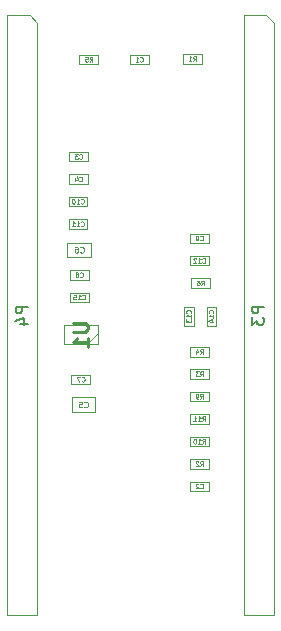
<source format=gbr>
%TF.GenerationSoftware,KiCad,Pcbnew,9.0.0*%
%TF.CreationDate,2025-02-28T11:04:11+07:00*%
%TF.ProjectId,SMT32_Bluepill,534d5433-325f-4426-9c75-6570696c6c2e,rev?*%
%TF.SameCoordinates,Original*%
%TF.FileFunction,AssemblyDrawing,Bot*%
%FSLAX46Y46*%
G04 Gerber Fmt 4.6, Leading zero omitted, Abs format (unit mm)*
G04 Created by KiCad (PCBNEW 9.0.0) date 2025-02-28 11:04:11*
%MOMM*%
%LPD*%
G01*
G04 APERTURE LIST*
%ADD10C,0.060000*%
%ADD11C,0.150000*%
%ADD12C,0.080000*%
%ADD13C,0.254000*%
%ADD14C,0.100000*%
G04 APERTURE END LIST*
D10*
X35257142Y-84981927D02*
X35390475Y-84791451D01*
X35485713Y-84981927D02*
X35485713Y-84581927D01*
X35485713Y-84581927D02*
X35333332Y-84581927D01*
X35333332Y-84581927D02*
X35295237Y-84600975D01*
X35295237Y-84600975D02*
X35276190Y-84620022D01*
X35276190Y-84620022D02*
X35257142Y-84658118D01*
X35257142Y-84658118D02*
X35257142Y-84715260D01*
X35257142Y-84715260D02*
X35276190Y-84753356D01*
X35276190Y-84753356D02*
X35295237Y-84772403D01*
X35295237Y-84772403D02*
X35333332Y-84791451D01*
X35333332Y-84791451D02*
X35485713Y-84791451D01*
X34876190Y-84981927D02*
X35104761Y-84981927D01*
X34990475Y-84981927D02*
X34990475Y-84581927D01*
X34990475Y-84581927D02*
X35028571Y-84639070D01*
X35028571Y-84639070D02*
X35066666Y-84677165D01*
X35066666Y-84677165D02*
X35104761Y-84696213D01*
X34628571Y-84581927D02*
X34590476Y-84581927D01*
X34590476Y-84581927D02*
X34552380Y-84600975D01*
X34552380Y-84600975D02*
X34533333Y-84620022D01*
X34533333Y-84620022D02*
X34514285Y-84658118D01*
X34514285Y-84658118D02*
X34495238Y-84734308D01*
X34495238Y-84734308D02*
X34495238Y-84829546D01*
X34495238Y-84829546D02*
X34514285Y-84905737D01*
X34514285Y-84905737D02*
X34533333Y-84943832D01*
X34533333Y-84943832D02*
X34552380Y-84962880D01*
X34552380Y-84962880D02*
X34590476Y-84981927D01*
X34590476Y-84981927D02*
X34628571Y-84981927D01*
X34628571Y-84981927D02*
X34666666Y-84962880D01*
X34666666Y-84962880D02*
X34685714Y-84943832D01*
X34685714Y-84943832D02*
X34704761Y-84905737D01*
X34704761Y-84905737D02*
X34723809Y-84829546D01*
X34723809Y-84829546D02*
X34723809Y-84734308D01*
X34723809Y-84734308D02*
X34704761Y-84658118D01*
X34704761Y-84658118D02*
X34685714Y-84620022D01*
X34685714Y-84620022D02*
X34666666Y-84600975D01*
X34666666Y-84600975D02*
X34628571Y-84581927D01*
X35066666Y-81181927D02*
X35199999Y-80991451D01*
X35295237Y-81181927D02*
X35295237Y-80781927D01*
X35295237Y-80781927D02*
X35142856Y-80781927D01*
X35142856Y-80781927D02*
X35104761Y-80800975D01*
X35104761Y-80800975D02*
X35085714Y-80820022D01*
X35085714Y-80820022D02*
X35066666Y-80858118D01*
X35066666Y-80858118D02*
X35066666Y-80915260D01*
X35066666Y-80915260D02*
X35085714Y-80953356D01*
X35085714Y-80953356D02*
X35104761Y-80972403D01*
X35104761Y-80972403D02*
X35142856Y-80991451D01*
X35142856Y-80991451D02*
X35295237Y-80991451D01*
X34876190Y-81181927D02*
X34799999Y-81181927D01*
X34799999Y-81181927D02*
X34761904Y-81162880D01*
X34761904Y-81162880D02*
X34742856Y-81143832D01*
X34742856Y-81143832D02*
X34704761Y-81086689D01*
X34704761Y-81086689D02*
X34685714Y-81010499D01*
X34685714Y-81010499D02*
X34685714Y-80858118D01*
X34685714Y-80858118D02*
X34704761Y-80820022D01*
X34704761Y-80820022D02*
X34723809Y-80800975D01*
X34723809Y-80800975D02*
X34761904Y-80781927D01*
X34761904Y-80781927D02*
X34838095Y-80781927D01*
X34838095Y-80781927D02*
X34876190Y-80800975D01*
X34876190Y-80800975D02*
X34895237Y-80820022D01*
X34895237Y-80820022D02*
X34914285Y-80858118D01*
X34914285Y-80858118D02*
X34914285Y-80953356D01*
X34914285Y-80953356D02*
X34895237Y-80991451D01*
X34895237Y-80991451D02*
X34876190Y-81010499D01*
X34876190Y-81010499D02*
X34838095Y-81029546D01*
X34838095Y-81029546D02*
X34761904Y-81029546D01*
X34761904Y-81029546D02*
X34723809Y-81010499D01*
X34723809Y-81010499D02*
X34704761Y-80991451D01*
X34704761Y-80991451D02*
X34685714Y-80953356D01*
X35257142Y-83081927D02*
X35390475Y-82891451D01*
X35485713Y-83081927D02*
X35485713Y-82681927D01*
X35485713Y-82681927D02*
X35333332Y-82681927D01*
X35333332Y-82681927D02*
X35295237Y-82700975D01*
X35295237Y-82700975D02*
X35276190Y-82720022D01*
X35276190Y-82720022D02*
X35257142Y-82758118D01*
X35257142Y-82758118D02*
X35257142Y-82815260D01*
X35257142Y-82815260D02*
X35276190Y-82853356D01*
X35276190Y-82853356D02*
X35295237Y-82872403D01*
X35295237Y-82872403D02*
X35333332Y-82891451D01*
X35333332Y-82891451D02*
X35485713Y-82891451D01*
X34876190Y-83081927D02*
X35104761Y-83081927D01*
X34990475Y-83081927D02*
X34990475Y-82681927D01*
X34990475Y-82681927D02*
X35028571Y-82739070D01*
X35028571Y-82739070D02*
X35066666Y-82777165D01*
X35066666Y-82777165D02*
X35104761Y-82796213D01*
X34495238Y-83081927D02*
X34723809Y-83081927D01*
X34609523Y-83081927D02*
X34609523Y-82681927D01*
X34609523Y-82681927D02*
X34647619Y-82739070D01*
X34647619Y-82739070D02*
X34685714Y-82777165D01*
X34685714Y-82777165D02*
X34723809Y-82796213D01*
D11*
X20454819Y-73391905D02*
X19454819Y-73391905D01*
X19454819Y-73391905D02*
X19454819Y-73772857D01*
X19454819Y-73772857D02*
X19502438Y-73868095D01*
X19502438Y-73868095D02*
X19550057Y-73915714D01*
X19550057Y-73915714D02*
X19645295Y-73963333D01*
X19645295Y-73963333D02*
X19788152Y-73963333D01*
X19788152Y-73963333D02*
X19883390Y-73915714D01*
X19883390Y-73915714D02*
X19931009Y-73868095D01*
X19931009Y-73868095D02*
X19978628Y-73772857D01*
X19978628Y-73772857D02*
X19978628Y-73391905D01*
X19788152Y-74820476D02*
X20454819Y-74820476D01*
X19407200Y-74582381D02*
X20121485Y-74344286D01*
X20121485Y-74344286D02*
X20121485Y-74963333D01*
D12*
X25258333Y-81879530D02*
X25282142Y-81903340D01*
X25282142Y-81903340D02*
X25353571Y-81927149D01*
X25353571Y-81927149D02*
X25401190Y-81927149D01*
X25401190Y-81927149D02*
X25472618Y-81903340D01*
X25472618Y-81903340D02*
X25520237Y-81855720D01*
X25520237Y-81855720D02*
X25544047Y-81808101D01*
X25544047Y-81808101D02*
X25567856Y-81712863D01*
X25567856Y-81712863D02*
X25567856Y-81641435D01*
X25567856Y-81641435D02*
X25544047Y-81546197D01*
X25544047Y-81546197D02*
X25520237Y-81498578D01*
X25520237Y-81498578D02*
X25472618Y-81450959D01*
X25472618Y-81450959D02*
X25401190Y-81427149D01*
X25401190Y-81427149D02*
X25353571Y-81427149D01*
X25353571Y-81427149D02*
X25282142Y-81450959D01*
X25282142Y-81450959D02*
X25258333Y-81474768D01*
X24805952Y-81427149D02*
X25044047Y-81427149D01*
X25044047Y-81427149D02*
X25067856Y-81665244D01*
X25067856Y-81665244D02*
X25044047Y-81641435D01*
X25044047Y-81641435D02*
X24996428Y-81617625D01*
X24996428Y-81617625D02*
X24877380Y-81617625D01*
X24877380Y-81617625D02*
X24829761Y-81641435D01*
X24829761Y-81641435D02*
X24805952Y-81665244D01*
X24805952Y-81665244D02*
X24782142Y-81712863D01*
X24782142Y-81712863D02*
X24782142Y-81831911D01*
X24782142Y-81831911D02*
X24805952Y-81879530D01*
X24805952Y-81879530D02*
X24829761Y-81903340D01*
X24829761Y-81903340D02*
X24877380Y-81927149D01*
X24877380Y-81927149D02*
X24996428Y-81927149D01*
X24996428Y-81927149D02*
X25044047Y-81903340D01*
X25044047Y-81903340D02*
X25067856Y-81879530D01*
D10*
X24841666Y-62743832D02*
X24860714Y-62762880D01*
X24860714Y-62762880D02*
X24917856Y-62781927D01*
X24917856Y-62781927D02*
X24955952Y-62781927D01*
X24955952Y-62781927D02*
X25013095Y-62762880D01*
X25013095Y-62762880D02*
X25051190Y-62724784D01*
X25051190Y-62724784D02*
X25070237Y-62686689D01*
X25070237Y-62686689D02*
X25089285Y-62610499D01*
X25089285Y-62610499D02*
X25089285Y-62553356D01*
X25089285Y-62553356D02*
X25070237Y-62477165D01*
X25070237Y-62477165D02*
X25051190Y-62439070D01*
X25051190Y-62439070D02*
X25013095Y-62400975D01*
X25013095Y-62400975D02*
X24955952Y-62381927D01*
X24955952Y-62381927D02*
X24917856Y-62381927D01*
X24917856Y-62381927D02*
X24860714Y-62400975D01*
X24860714Y-62400975D02*
X24841666Y-62420022D01*
X24498809Y-62515260D02*
X24498809Y-62781927D01*
X24594047Y-62362880D02*
X24689285Y-62648594D01*
X24689285Y-62648594D02*
X24441666Y-62648594D01*
X34466666Y-52581927D02*
X34599999Y-52391451D01*
X34695237Y-52581927D02*
X34695237Y-52181927D01*
X34695237Y-52181927D02*
X34542856Y-52181927D01*
X34542856Y-52181927D02*
X34504761Y-52200975D01*
X34504761Y-52200975D02*
X34485714Y-52220022D01*
X34485714Y-52220022D02*
X34466666Y-52258118D01*
X34466666Y-52258118D02*
X34466666Y-52315260D01*
X34466666Y-52315260D02*
X34485714Y-52353356D01*
X34485714Y-52353356D02*
X34504761Y-52372403D01*
X34504761Y-52372403D02*
X34542856Y-52391451D01*
X34542856Y-52391451D02*
X34695237Y-52391451D01*
X34085714Y-52581927D02*
X34314285Y-52581927D01*
X34199999Y-52581927D02*
X34199999Y-52181927D01*
X34199999Y-52181927D02*
X34238095Y-52239070D01*
X34238095Y-52239070D02*
X34276190Y-52277165D01*
X34276190Y-52277165D02*
X34314285Y-52296213D01*
X25031666Y-79693832D02*
X25050714Y-79712880D01*
X25050714Y-79712880D02*
X25107856Y-79731927D01*
X25107856Y-79731927D02*
X25145952Y-79731927D01*
X25145952Y-79731927D02*
X25203095Y-79712880D01*
X25203095Y-79712880D02*
X25241190Y-79674784D01*
X25241190Y-79674784D02*
X25260237Y-79636689D01*
X25260237Y-79636689D02*
X25279285Y-79560499D01*
X25279285Y-79560499D02*
X25279285Y-79503356D01*
X25279285Y-79503356D02*
X25260237Y-79427165D01*
X25260237Y-79427165D02*
X25241190Y-79389070D01*
X25241190Y-79389070D02*
X25203095Y-79350975D01*
X25203095Y-79350975D02*
X25145952Y-79331927D01*
X25145952Y-79331927D02*
X25107856Y-79331927D01*
X25107856Y-79331927D02*
X25050714Y-79350975D01*
X25050714Y-79350975D02*
X25031666Y-79370022D01*
X24898333Y-79331927D02*
X24631666Y-79331927D01*
X24631666Y-79331927D02*
X24803095Y-79731927D01*
D12*
X24908333Y-68779530D02*
X24932142Y-68803340D01*
X24932142Y-68803340D02*
X25003571Y-68827149D01*
X25003571Y-68827149D02*
X25051190Y-68827149D01*
X25051190Y-68827149D02*
X25122618Y-68803340D01*
X25122618Y-68803340D02*
X25170237Y-68755720D01*
X25170237Y-68755720D02*
X25194047Y-68708101D01*
X25194047Y-68708101D02*
X25217856Y-68612863D01*
X25217856Y-68612863D02*
X25217856Y-68541435D01*
X25217856Y-68541435D02*
X25194047Y-68446197D01*
X25194047Y-68446197D02*
X25170237Y-68398578D01*
X25170237Y-68398578D02*
X25122618Y-68350959D01*
X25122618Y-68350959D02*
X25051190Y-68327149D01*
X25051190Y-68327149D02*
X25003571Y-68327149D01*
X25003571Y-68327149D02*
X24932142Y-68350959D01*
X24932142Y-68350959D02*
X24908333Y-68374768D01*
X24479761Y-68327149D02*
X24574999Y-68327149D01*
X24574999Y-68327149D02*
X24622618Y-68350959D01*
X24622618Y-68350959D02*
X24646428Y-68374768D01*
X24646428Y-68374768D02*
X24694047Y-68446197D01*
X24694047Y-68446197D02*
X24717856Y-68541435D01*
X24717856Y-68541435D02*
X24717856Y-68731911D01*
X24717856Y-68731911D02*
X24694047Y-68779530D01*
X24694047Y-68779530D02*
X24670237Y-68803340D01*
X24670237Y-68803340D02*
X24622618Y-68827149D01*
X24622618Y-68827149D02*
X24527380Y-68827149D01*
X24527380Y-68827149D02*
X24479761Y-68803340D01*
X24479761Y-68803340D02*
X24455952Y-68779530D01*
X24455952Y-68779530D02*
X24432142Y-68731911D01*
X24432142Y-68731911D02*
X24432142Y-68612863D01*
X24432142Y-68612863D02*
X24455952Y-68565244D01*
X24455952Y-68565244D02*
X24479761Y-68541435D01*
X24479761Y-68541435D02*
X24527380Y-68517625D01*
X24527380Y-68517625D02*
X24622618Y-68517625D01*
X24622618Y-68517625D02*
X24670237Y-68541435D01*
X24670237Y-68541435D02*
X24694047Y-68565244D01*
X24694047Y-68565244D02*
X24717856Y-68612863D01*
D10*
X35166666Y-71581927D02*
X35299999Y-71391451D01*
X35395237Y-71581927D02*
X35395237Y-71181927D01*
X35395237Y-71181927D02*
X35242856Y-71181927D01*
X35242856Y-71181927D02*
X35204761Y-71200975D01*
X35204761Y-71200975D02*
X35185714Y-71220022D01*
X35185714Y-71220022D02*
X35166666Y-71258118D01*
X35166666Y-71258118D02*
X35166666Y-71315260D01*
X35166666Y-71315260D02*
X35185714Y-71353356D01*
X35185714Y-71353356D02*
X35204761Y-71372403D01*
X35204761Y-71372403D02*
X35242856Y-71391451D01*
X35242856Y-71391451D02*
X35395237Y-71391451D01*
X34823809Y-71181927D02*
X34899999Y-71181927D01*
X34899999Y-71181927D02*
X34938095Y-71200975D01*
X34938095Y-71200975D02*
X34957142Y-71220022D01*
X34957142Y-71220022D02*
X34995237Y-71277165D01*
X34995237Y-71277165D02*
X35014285Y-71353356D01*
X35014285Y-71353356D02*
X35014285Y-71505737D01*
X35014285Y-71505737D02*
X34995237Y-71543832D01*
X34995237Y-71543832D02*
X34976190Y-71562880D01*
X34976190Y-71562880D02*
X34938095Y-71581927D01*
X34938095Y-71581927D02*
X34861904Y-71581927D01*
X34861904Y-71581927D02*
X34823809Y-71562880D01*
X34823809Y-71562880D02*
X34804761Y-71543832D01*
X34804761Y-71543832D02*
X34785714Y-71505737D01*
X34785714Y-71505737D02*
X34785714Y-71410499D01*
X34785714Y-71410499D02*
X34804761Y-71372403D01*
X34804761Y-71372403D02*
X34823809Y-71353356D01*
X34823809Y-71353356D02*
X34861904Y-71334308D01*
X34861904Y-71334308D02*
X34938095Y-71334308D01*
X34938095Y-71334308D02*
X34976190Y-71353356D01*
X34976190Y-71353356D02*
X34995237Y-71372403D01*
X34995237Y-71372403D02*
X35014285Y-71410499D01*
X36143832Y-73942857D02*
X36162880Y-73923809D01*
X36162880Y-73923809D02*
X36181927Y-73866667D01*
X36181927Y-73866667D02*
X36181927Y-73828571D01*
X36181927Y-73828571D02*
X36162880Y-73771428D01*
X36162880Y-73771428D02*
X36124784Y-73733333D01*
X36124784Y-73733333D02*
X36086689Y-73714286D01*
X36086689Y-73714286D02*
X36010499Y-73695238D01*
X36010499Y-73695238D02*
X35953356Y-73695238D01*
X35953356Y-73695238D02*
X35877165Y-73714286D01*
X35877165Y-73714286D02*
X35839070Y-73733333D01*
X35839070Y-73733333D02*
X35800975Y-73771428D01*
X35800975Y-73771428D02*
X35781927Y-73828571D01*
X35781927Y-73828571D02*
X35781927Y-73866667D01*
X35781927Y-73866667D02*
X35800975Y-73923809D01*
X35800975Y-73923809D02*
X35820022Y-73942857D01*
X36181927Y-74323809D02*
X36181927Y-74095238D01*
X36181927Y-74209524D02*
X35781927Y-74209524D01*
X35781927Y-74209524D02*
X35839070Y-74171428D01*
X35839070Y-74171428D02*
X35877165Y-74133333D01*
X35877165Y-74133333D02*
X35896213Y-74095238D01*
X35915260Y-74666666D02*
X36181927Y-74666666D01*
X35762880Y-74571428D02*
X36048594Y-74476190D01*
X36048594Y-74476190D02*
X36048594Y-74723809D01*
X35257142Y-69643832D02*
X35276190Y-69662880D01*
X35276190Y-69662880D02*
X35333332Y-69681927D01*
X35333332Y-69681927D02*
X35371428Y-69681927D01*
X35371428Y-69681927D02*
X35428571Y-69662880D01*
X35428571Y-69662880D02*
X35466666Y-69624784D01*
X35466666Y-69624784D02*
X35485713Y-69586689D01*
X35485713Y-69586689D02*
X35504761Y-69510499D01*
X35504761Y-69510499D02*
X35504761Y-69453356D01*
X35504761Y-69453356D02*
X35485713Y-69377165D01*
X35485713Y-69377165D02*
X35466666Y-69339070D01*
X35466666Y-69339070D02*
X35428571Y-69300975D01*
X35428571Y-69300975D02*
X35371428Y-69281927D01*
X35371428Y-69281927D02*
X35333332Y-69281927D01*
X35333332Y-69281927D02*
X35276190Y-69300975D01*
X35276190Y-69300975D02*
X35257142Y-69320022D01*
X34876190Y-69681927D02*
X35104761Y-69681927D01*
X34990475Y-69681927D02*
X34990475Y-69281927D01*
X34990475Y-69281927D02*
X35028571Y-69339070D01*
X35028571Y-69339070D02*
X35066666Y-69377165D01*
X35066666Y-69377165D02*
X35104761Y-69396213D01*
X34723809Y-69320022D02*
X34704761Y-69300975D01*
X34704761Y-69300975D02*
X34666666Y-69281927D01*
X34666666Y-69281927D02*
X34571428Y-69281927D01*
X34571428Y-69281927D02*
X34533333Y-69300975D01*
X34533333Y-69300975D02*
X34514285Y-69320022D01*
X34514285Y-69320022D02*
X34495238Y-69358118D01*
X34495238Y-69358118D02*
X34495238Y-69396213D01*
X34495238Y-69396213D02*
X34514285Y-69453356D01*
X34514285Y-69453356D02*
X34742857Y-69681927D01*
X34742857Y-69681927D02*
X34495238Y-69681927D01*
X34243832Y-73942857D02*
X34262880Y-73923809D01*
X34262880Y-73923809D02*
X34281927Y-73866667D01*
X34281927Y-73866667D02*
X34281927Y-73828571D01*
X34281927Y-73828571D02*
X34262880Y-73771428D01*
X34262880Y-73771428D02*
X34224784Y-73733333D01*
X34224784Y-73733333D02*
X34186689Y-73714286D01*
X34186689Y-73714286D02*
X34110499Y-73695238D01*
X34110499Y-73695238D02*
X34053356Y-73695238D01*
X34053356Y-73695238D02*
X33977165Y-73714286D01*
X33977165Y-73714286D02*
X33939070Y-73733333D01*
X33939070Y-73733333D02*
X33900975Y-73771428D01*
X33900975Y-73771428D02*
X33881927Y-73828571D01*
X33881927Y-73828571D02*
X33881927Y-73866667D01*
X33881927Y-73866667D02*
X33900975Y-73923809D01*
X33900975Y-73923809D02*
X33920022Y-73942857D01*
X34281927Y-74323809D02*
X34281927Y-74095238D01*
X34281927Y-74209524D02*
X33881927Y-74209524D01*
X33881927Y-74209524D02*
X33939070Y-74171428D01*
X33939070Y-74171428D02*
X33977165Y-74133333D01*
X33977165Y-74133333D02*
X33996213Y-74095238D01*
X33881927Y-74457142D02*
X33881927Y-74704761D01*
X33881927Y-74704761D02*
X34034308Y-74571428D01*
X34034308Y-74571428D02*
X34034308Y-74628571D01*
X34034308Y-74628571D02*
X34053356Y-74666666D01*
X34053356Y-74666666D02*
X34072403Y-74685714D01*
X34072403Y-74685714D02*
X34110499Y-74704761D01*
X34110499Y-74704761D02*
X34205737Y-74704761D01*
X34205737Y-74704761D02*
X34243832Y-74685714D01*
X34243832Y-74685714D02*
X34262880Y-74666666D01*
X34262880Y-74666666D02*
X34281927Y-74628571D01*
X34281927Y-74628571D02*
X34281927Y-74514285D01*
X34281927Y-74514285D02*
X34262880Y-74476190D01*
X34262880Y-74476190D02*
X34243832Y-74457142D01*
X24841666Y-60843832D02*
X24860714Y-60862880D01*
X24860714Y-60862880D02*
X24917856Y-60881927D01*
X24917856Y-60881927D02*
X24955952Y-60881927D01*
X24955952Y-60881927D02*
X25013095Y-60862880D01*
X25013095Y-60862880D02*
X25051190Y-60824784D01*
X25051190Y-60824784D02*
X25070237Y-60786689D01*
X25070237Y-60786689D02*
X25089285Y-60710499D01*
X25089285Y-60710499D02*
X25089285Y-60653356D01*
X25089285Y-60653356D02*
X25070237Y-60577165D01*
X25070237Y-60577165D02*
X25051190Y-60539070D01*
X25051190Y-60539070D02*
X25013095Y-60500975D01*
X25013095Y-60500975D02*
X24955952Y-60481927D01*
X24955952Y-60481927D02*
X24917856Y-60481927D01*
X24917856Y-60481927D02*
X24860714Y-60500975D01*
X24860714Y-60500975D02*
X24841666Y-60520022D01*
X24708333Y-60481927D02*
X24460714Y-60481927D01*
X24460714Y-60481927D02*
X24594047Y-60634308D01*
X24594047Y-60634308D02*
X24536904Y-60634308D01*
X24536904Y-60634308D02*
X24498809Y-60653356D01*
X24498809Y-60653356D02*
X24479761Y-60672403D01*
X24479761Y-60672403D02*
X24460714Y-60710499D01*
X24460714Y-60710499D02*
X24460714Y-60805737D01*
X24460714Y-60805737D02*
X24479761Y-60843832D01*
X24479761Y-60843832D02*
X24498809Y-60862880D01*
X24498809Y-60862880D02*
X24536904Y-60881927D01*
X24536904Y-60881927D02*
X24651190Y-60881927D01*
X24651190Y-60881927D02*
X24689285Y-60862880D01*
X24689285Y-60862880D02*
X24708333Y-60843832D01*
X24972264Y-66543832D02*
X24991312Y-66562880D01*
X24991312Y-66562880D02*
X25048454Y-66581927D01*
X25048454Y-66581927D02*
X25086550Y-66581927D01*
X25086550Y-66581927D02*
X25143693Y-66562880D01*
X25143693Y-66562880D02*
X25181788Y-66524784D01*
X25181788Y-66524784D02*
X25200835Y-66486689D01*
X25200835Y-66486689D02*
X25219883Y-66410499D01*
X25219883Y-66410499D02*
X25219883Y-66353356D01*
X25219883Y-66353356D02*
X25200835Y-66277165D01*
X25200835Y-66277165D02*
X25181788Y-66239070D01*
X25181788Y-66239070D02*
X25143693Y-66200975D01*
X25143693Y-66200975D02*
X25086550Y-66181927D01*
X25086550Y-66181927D02*
X25048454Y-66181927D01*
X25048454Y-66181927D02*
X24991312Y-66200975D01*
X24991312Y-66200975D02*
X24972264Y-66220022D01*
X24591312Y-66581927D02*
X24819883Y-66581927D01*
X24705597Y-66581927D02*
X24705597Y-66181927D01*
X24705597Y-66181927D02*
X24743693Y-66239070D01*
X24743693Y-66239070D02*
X24781788Y-66277165D01*
X24781788Y-66277165D02*
X24819883Y-66296213D01*
X24210360Y-66581927D02*
X24438931Y-66581927D01*
X24324645Y-66581927D02*
X24324645Y-66181927D01*
X24324645Y-66181927D02*
X24362741Y-66239070D01*
X24362741Y-66239070D02*
X24400836Y-66277165D01*
X24400836Y-66277165D02*
X24438931Y-66296213D01*
X35066666Y-67743832D02*
X35085714Y-67762880D01*
X35085714Y-67762880D02*
X35142856Y-67781927D01*
X35142856Y-67781927D02*
X35180952Y-67781927D01*
X35180952Y-67781927D02*
X35238095Y-67762880D01*
X35238095Y-67762880D02*
X35276190Y-67724784D01*
X35276190Y-67724784D02*
X35295237Y-67686689D01*
X35295237Y-67686689D02*
X35314285Y-67610499D01*
X35314285Y-67610499D02*
X35314285Y-67553356D01*
X35314285Y-67553356D02*
X35295237Y-67477165D01*
X35295237Y-67477165D02*
X35276190Y-67439070D01*
X35276190Y-67439070D02*
X35238095Y-67400975D01*
X35238095Y-67400975D02*
X35180952Y-67381927D01*
X35180952Y-67381927D02*
X35142856Y-67381927D01*
X35142856Y-67381927D02*
X35085714Y-67400975D01*
X35085714Y-67400975D02*
X35066666Y-67420022D01*
X34876190Y-67781927D02*
X34799999Y-67781927D01*
X34799999Y-67781927D02*
X34761904Y-67762880D01*
X34761904Y-67762880D02*
X34742856Y-67743832D01*
X34742856Y-67743832D02*
X34704761Y-67686689D01*
X34704761Y-67686689D02*
X34685714Y-67610499D01*
X34685714Y-67610499D02*
X34685714Y-67458118D01*
X34685714Y-67458118D02*
X34704761Y-67420022D01*
X34704761Y-67420022D02*
X34723809Y-67400975D01*
X34723809Y-67400975D02*
X34761904Y-67381927D01*
X34761904Y-67381927D02*
X34838095Y-67381927D01*
X34838095Y-67381927D02*
X34876190Y-67400975D01*
X34876190Y-67400975D02*
X34895237Y-67420022D01*
X34895237Y-67420022D02*
X34914285Y-67458118D01*
X34914285Y-67458118D02*
X34914285Y-67553356D01*
X34914285Y-67553356D02*
X34895237Y-67591451D01*
X34895237Y-67591451D02*
X34876190Y-67610499D01*
X34876190Y-67610499D02*
X34838095Y-67629546D01*
X34838095Y-67629546D02*
X34761904Y-67629546D01*
X34761904Y-67629546D02*
X34723809Y-67610499D01*
X34723809Y-67610499D02*
X34704761Y-67591451D01*
X34704761Y-67591451D02*
X34685714Y-67553356D01*
X25082142Y-72743832D02*
X25101190Y-72762880D01*
X25101190Y-72762880D02*
X25158332Y-72781927D01*
X25158332Y-72781927D02*
X25196428Y-72781927D01*
X25196428Y-72781927D02*
X25253571Y-72762880D01*
X25253571Y-72762880D02*
X25291666Y-72724784D01*
X25291666Y-72724784D02*
X25310713Y-72686689D01*
X25310713Y-72686689D02*
X25329761Y-72610499D01*
X25329761Y-72610499D02*
X25329761Y-72553356D01*
X25329761Y-72553356D02*
X25310713Y-72477165D01*
X25310713Y-72477165D02*
X25291666Y-72439070D01*
X25291666Y-72439070D02*
X25253571Y-72400975D01*
X25253571Y-72400975D02*
X25196428Y-72381927D01*
X25196428Y-72381927D02*
X25158332Y-72381927D01*
X25158332Y-72381927D02*
X25101190Y-72400975D01*
X25101190Y-72400975D02*
X25082142Y-72420022D01*
X24701190Y-72781927D02*
X24929761Y-72781927D01*
X24815475Y-72781927D02*
X24815475Y-72381927D01*
X24815475Y-72381927D02*
X24853571Y-72439070D01*
X24853571Y-72439070D02*
X24891666Y-72477165D01*
X24891666Y-72477165D02*
X24929761Y-72496213D01*
X24339285Y-72381927D02*
X24529761Y-72381927D01*
X24529761Y-72381927D02*
X24548809Y-72572403D01*
X24548809Y-72572403D02*
X24529761Y-72553356D01*
X24529761Y-72553356D02*
X24491666Y-72534308D01*
X24491666Y-72534308D02*
X24396428Y-72534308D01*
X24396428Y-72534308D02*
X24358333Y-72553356D01*
X24358333Y-72553356D02*
X24339285Y-72572403D01*
X24339285Y-72572403D02*
X24320238Y-72610499D01*
X24320238Y-72610499D02*
X24320238Y-72705737D01*
X24320238Y-72705737D02*
X24339285Y-72743832D01*
X24339285Y-72743832D02*
X24358333Y-72762880D01*
X24358333Y-72762880D02*
X24396428Y-72781927D01*
X24396428Y-72781927D02*
X24491666Y-72781927D01*
X24491666Y-72781927D02*
X24529761Y-72762880D01*
X24529761Y-72762880D02*
X24548809Y-72743832D01*
X25697916Y-52650677D02*
X25831249Y-52460201D01*
X25926487Y-52650677D02*
X25926487Y-52250677D01*
X25926487Y-52250677D02*
X25774106Y-52250677D01*
X25774106Y-52250677D02*
X25736011Y-52269725D01*
X25736011Y-52269725D02*
X25716964Y-52288772D01*
X25716964Y-52288772D02*
X25697916Y-52326868D01*
X25697916Y-52326868D02*
X25697916Y-52384010D01*
X25697916Y-52384010D02*
X25716964Y-52422106D01*
X25716964Y-52422106D02*
X25736011Y-52441153D01*
X25736011Y-52441153D02*
X25774106Y-52460201D01*
X25774106Y-52460201D02*
X25926487Y-52460201D01*
X25336011Y-52250677D02*
X25526487Y-52250677D01*
X25526487Y-52250677D02*
X25545535Y-52441153D01*
X25545535Y-52441153D02*
X25526487Y-52422106D01*
X25526487Y-52422106D02*
X25488392Y-52403058D01*
X25488392Y-52403058D02*
X25393154Y-52403058D01*
X25393154Y-52403058D02*
X25355059Y-52422106D01*
X25355059Y-52422106D02*
X25336011Y-52441153D01*
X25336011Y-52441153D02*
X25316964Y-52479249D01*
X25316964Y-52479249D02*
X25316964Y-52574487D01*
X25316964Y-52574487D02*
X25336011Y-52612582D01*
X25336011Y-52612582D02*
X25355059Y-52631630D01*
X25355059Y-52631630D02*
X25393154Y-52650677D01*
X25393154Y-52650677D02*
X25488392Y-52650677D01*
X25488392Y-52650677D02*
X25526487Y-52631630D01*
X25526487Y-52631630D02*
X25545535Y-52612582D01*
X35066666Y-77381927D02*
X35199999Y-77191451D01*
X35295237Y-77381927D02*
X35295237Y-76981927D01*
X35295237Y-76981927D02*
X35142856Y-76981927D01*
X35142856Y-76981927D02*
X35104761Y-77000975D01*
X35104761Y-77000975D02*
X35085714Y-77020022D01*
X35085714Y-77020022D02*
X35066666Y-77058118D01*
X35066666Y-77058118D02*
X35066666Y-77115260D01*
X35066666Y-77115260D02*
X35085714Y-77153356D01*
X35085714Y-77153356D02*
X35104761Y-77172403D01*
X35104761Y-77172403D02*
X35142856Y-77191451D01*
X35142856Y-77191451D02*
X35295237Y-77191451D01*
X34723809Y-77115260D02*
X34723809Y-77381927D01*
X34819047Y-76962880D02*
X34914285Y-77248594D01*
X34914285Y-77248594D02*
X34666666Y-77248594D01*
D13*
X24269318Y-74782380D02*
X25297413Y-74782380D01*
X25297413Y-74782380D02*
X25418365Y-74842857D01*
X25418365Y-74842857D02*
X25478842Y-74903333D01*
X25478842Y-74903333D02*
X25539318Y-75024285D01*
X25539318Y-75024285D02*
X25539318Y-75266190D01*
X25539318Y-75266190D02*
X25478842Y-75387142D01*
X25478842Y-75387142D02*
X25418365Y-75447619D01*
X25418365Y-75447619D02*
X25297413Y-75508095D01*
X25297413Y-75508095D02*
X24269318Y-75508095D01*
X25539318Y-76778095D02*
X25539318Y-76052380D01*
X25539318Y-76415237D02*
X24269318Y-76415237D01*
X24269318Y-76415237D02*
X24450746Y-76294285D01*
X24450746Y-76294285D02*
X24571699Y-76173333D01*
X24571699Y-76173333D02*
X24632175Y-76052380D01*
D10*
X35066666Y-86881927D02*
X35199999Y-86691451D01*
X35295237Y-86881927D02*
X35295237Y-86481927D01*
X35295237Y-86481927D02*
X35142856Y-86481927D01*
X35142856Y-86481927D02*
X35104761Y-86500975D01*
X35104761Y-86500975D02*
X35085714Y-86520022D01*
X35085714Y-86520022D02*
X35066666Y-86558118D01*
X35066666Y-86558118D02*
X35066666Y-86615260D01*
X35066666Y-86615260D02*
X35085714Y-86653356D01*
X35085714Y-86653356D02*
X35104761Y-86672403D01*
X35104761Y-86672403D02*
X35142856Y-86691451D01*
X35142856Y-86691451D02*
X35295237Y-86691451D01*
X34914285Y-86520022D02*
X34895237Y-86500975D01*
X34895237Y-86500975D02*
X34857142Y-86481927D01*
X34857142Y-86481927D02*
X34761904Y-86481927D01*
X34761904Y-86481927D02*
X34723809Y-86500975D01*
X34723809Y-86500975D02*
X34704761Y-86520022D01*
X34704761Y-86520022D02*
X34685714Y-86558118D01*
X34685714Y-86558118D02*
X34685714Y-86596213D01*
X34685714Y-86596213D02*
X34704761Y-86653356D01*
X34704761Y-86653356D02*
X34933333Y-86881927D01*
X34933333Y-86881927D02*
X34685714Y-86881927D01*
X35066666Y-88743832D02*
X35085714Y-88762880D01*
X35085714Y-88762880D02*
X35142856Y-88781927D01*
X35142856Y-88781927D02*
X35180952Y-88781927D01*
X35180952Y-88781927D02*
X35238095Y-88762880D01*
X35238095Y-88762880D02*
X35276190Y-88724784D01*
X35276190Y-88724784D02*
X35295237Y-88686689D01*
X35295237Y-88686689D02*
X35314285Y-88610499D01*
X35314285Y-88610499D02*
X35314285Y-88553356D01*
X35314285Y-88553356D02*
X35295237Y-88477165D01*
X35295237Y-88477165D02*
X35276190Y-88439070D01*
X35276190Y-88439070D02*
X35238095Y-88400975D01*
X35238095Y-88400975D02*
X35180952Y-88381927D01*
X35180952Y-88381927D02*
X35142856Y-88381927D01*
X35142856Y-88381927D02*
X35085714Y-88400975D01*
X35085714Y-88400975D02*
X35066666Y-88420022D01*
X34914285Y-88420022D02*
X34895237Y-88400975D01*
X34895237Y-88400975D02*
X34857142Y-88381927D01*
X34857142Y-88381927D02*
X34761904Y-88381927D01*
X34761904Y-88381927D02*
X34723809Y-88400975D01*
X34723809Y-88400975D02*
X34704761Y-88420022D01*
X34704761Y-88420022D02*
X34685714Y-88458118D01*
X34685714Y-88458118D02*
X34685714Y-88496213D01*
X34685714Y-88496213D02*
X34704761Y-88553356D01*
X34704761Y-88553356D02*
X34933333Y-88781927D01*
X34933333Y-88781927D02*
X34685714Y-88781927D01*
X24891666Y-70843832D02*
X24910714Y-70862880D01*
X24910714Y-70862880D02*
X24967856Y-70881927D01*
X24967856Y-70881927D02*
X25005952Y-70881927D01*
X25005952Y-70881927D02*
X25063095Y-70862880D01*
X25063095Y-70862880D02*
X25101190Y-70824784D01*
X25101190Y-70824784D02*
X25120237Y-70786689D01*
X25120237Y-70786689D02*
X25139285Y-70710499D01*
X25139285Y-70710499D02*
X25139285Y-70653356D01*
X25139285Y-70653356D02*
X25120237Y-70577165D01*
X25120237Y-70577165D02*
X25101190Y-70539070D01*
X25101190Y-70539070D02*
X25063095Y-70500975D01*
X25063095Y-70500975D02*
X25005952Y-70481927D01*
X25005952Y-70481927D02*
X24967856Y-70481927D01*
X24967856Y-70481927D02*
X24910714Y-70500975D01*
X24910714Y-70500975D02*
X24891666Y-70520022D01*
X24663095Y-70653356D02*
X24701190Y-70634308D01*
X24701190Y-70634308D02*
X24720237Y-70615260D01*
X24720237Y-70615260D02*
X24739285Y-70577165D01*
X24739285Y-70577165D02*
X24739285Y-70558118D01*
X24739285Y-70558118D02*
X24720237Y-70520022D01*
X24720237Y-70520022D02*
X24701190Y-70500975D01*
X24701190Y-70500975D02*
X24663095Y-70481927D01*
X24663095Y-70481927D02*
X24586904Y-70481927D01*
X24586904Y-70481927D02*
X24548809Y-70500975D01*
X24548809Y-70500975D02*
X24529761Y-70520022D01*
X24529761Y-70520022D02*
X24510714Y-70558118D01*
X24510714Y-70558118D02*
X24510714Y-70577165D01*
X24510714Y-70577165D02*
X24529761Y-70615260D01*
X24529761Y-70615260D02*
X24548809Y-70634308D01*
X24548809Y-70634308D02*
X24586904Y-70653356D01*
X24586904Y-70653356D02*
X24663095Y-70653356D01*
X24663095Y-70653356D02*
X24701190Y-70672403D01*
X24701190Y-70672403D02*
X24720237Y-70691451D01*
X24720237Y-70691451D02*
X24739285Y-70729546D01*
X24739285Y-70729546D02*
X24739285Y-70805737D01*
X24739285Y-70805737D02*
X24720237Y-70843832D01*
X24720237Y-70843832D02*
X24701190Y-70862880D01*
X24701190Y-70862880D02*
X24663095Y-70881927D01*
X24663095Y-70881927D02*
X24586904Y-70881927D01*
X24586904Y-70881927D02*
X24548809Y-70862880D01*
X24548809Y-70862880D02*
X24529761Y-70843832D01*
X24529761Y-70843832D02*
X24510714Y-70805737D01*
X24510714Y-70805737D02*
X24510714Y-70729546D01*
X24510714Y-70729546D02*
X24529761Y-70691451D01*
X24529761Y-70691451D02*
X24548809Y-70672403D01*
X24548809Y-70672403D02*
X24586904Y-70653356D01*
X35066666Y-79281927D02*
X35199999Y-79091451D01*
X35295237Y-79281927D02*
X35295237Y-78881927D01*
X35295237Y-78881927D02*
X35142856Y-78881927D01*
X35142856Y-78881927D02*
X35104761Y-78900975D01*
X35104761Y-78900975D02*
X35085714Y-78920022D01*
X35085714Y-78920022D02*
X35066666Y-78958118D01*
X35066666Y-78958118D02*
X35066666Y-79015260D01*
X35066666Y-79015260D02*
X35085714Y-79053356D01*
X35085714Y-79053356D02*
X35104761Y-79072403D01*
X35104761Y-79072403D02*
X35142856Y-79091451D01*
X35142856Y-79091451D02*
X35295237Y-79091451D01*
X34933333Y-78881927D02*
X34685714Y-78881927D01*
X34685714Y-78881927D02*
X34819047Y-79034308D01*
X34819047Y-79034308D02*
X34761904Y-79034308D01*
X34761904Y-79034308D02*
X34723809Y-79053356D01*
X34723809Y-79053356D02*
X34704761Y-79072403D01*
X34704761Y-79072403D02*
X34685714Y-79110499D01*
X34685714Y-79110499D02*
X34685714Y-79205737D01*
X34685714Y-79205737D02*
X34704761Y-79243832D01*
X34704761Y-79243832D02*
X34723809Y-79262880D01*
X34723809Y-79262880D02*
X34761904Y-79281927D01*
X34761904Y-79281927D02*
X34876190Y-79281927D01*
X34876190Y-79281927D02*
X34914285Y-79262880D01*
X34914285Y-79262880D02*
X34933333Y-79243832D01*
D11*
X40454819Y-73391905D02*
X39454819Y-73391905D01*
X39454819Y-73391905D02*
X39454819Y-73772857D01*
X39454819Y-73772857D02*
X39502438Y-73868095D01*
X39502438Y-73868095D02*
X39550057Y-73915714D01*
X39550057Y-73915714D02*
X39645295Y-73963333D01*
X39645295Y-73963333D02*
X39788152Y-73963333D01*
X39788152Y-73963333D02*
X39883390Y-73915714D01*
X39883390Y-73915714D02*
X39931009Y-73868095D01*
X39931009Y-73868095D02*
X39978628Y-73772857D01*
X39978628Y-73772857D02*
X39978628Y-73391905D01*
X39454819Y-74296667D02*
X39454819Y-74915714D01*
X39454819Y-74915714D02*
X39835771Y-74582381D01*
X39835771Y-74582381D02*
X39835771Y-74725238D01*
X39835771Y-74725238D02*
X39883390Y-74820476D01*
X39883390Y-74820476D02*
X39931009Y-74868095D01*
X39931009Y-74868095D02*
X40026247Y-74915714D01*
X40026247Y-74915714D02*
X40264342Y-74915714D01*
X40264342Y-74915714D02*
X40359580Y-74868095D01*
X40359580Y-74868095D02*
X40407200Y-74820476D01*
X40407200Y-74820476D02*
X40454819Y-74725238D01*
X40454819Y-74725238D02*
X40454819Y-74439524D01*
X40454819Y-74439524D02*
X40407200Y-74344286D01*
X40407200Y-74344286D02*
X40359580Y-74296667D01*
D10*
X24972264Y-64623828D02*
X24991312Y-64642876D01*
X24991312Y-64642876D02*
X25048454Y-64661923D01*
X25048454Y-64661923D02*
X25086550Y-64661923D01*
X25086550Y-64661923D02*
X25143693Y-64642876D01*
X25143693Y-64642876D02*
X25181788Y-64604780D01*
X25181788Y-64604780D02*
X25200835Y-64566685D01*
X25200835Y-64566685D02*
X25219883Y-64490495D01*
X25219883Y-64490495D02*
X25219883Y-64433352D01*
X25219883Y-64433352D02*
X25200835Y-64357161D01*
X25200835Y-64357161D02*
X25181788Y-64319066D01*
X25181788Y-64319066D02*
X25143693Y-64280971D01*
X25143693Y-64280971D02*
X25086550Y-64261923D01*
X25086550Y-64261923D02*
X25048454Y-64261923D01*
X25048454Y-64261923D02*
X24991312Y-64280971D01*
X24991312Y-64280971D02*
X24972264Y-64300018D01*
X24591312Y-64661923D02*
X24819883Y-64661923D01*
X24705597Y-64661923D02*
X24705597Y-64261923D01*
X24705597Y-64261923D02*
X24743693Y-64319066D01*
X24743693Y-64319066D02*
X24781788Y-64357161D01*
X24781788Y-64357161D02*
X24819883Y-64376209D01*
X24343693Y-64261923D02*
X24305598Y-64261923D01*
X24305598Y-64261923D02*
X24267502Y-64280971D01*
X24267502Y-64280971D02*
X24248455Y-64300018D01*
X24248455Y-64300018D02*
X24229407Y-64338114D01*
X24229407Y-64338114D02*
X24210360Y-64414304D01*
X24210360Y-64414304D02*
X24210360Y-64509542D01*
X24210360Y-64509542D02*
X24229407Y-64585733D01*
X24229407Y-64585733D02*
X24248455Y-64623828D01*
X24248455Y-64623828D02*
X24267502Y-64642876D01*
X24267502Y-64642876D02*
X24305598Y-64661923D01*
X24305598Y-64661923D02*
X24343693Y-64661923D01*
X24343693Y-64661923D02*
X24381788Y-64642876D01*
X24381788Y-64642876D02*
X24400836Y-64623828D01*
X24400836Y-64623828D02*
X24419883Y-64585733D01*
X24419883Y-64585733D02*
X24438931Y-64509542D01*
X24438931Y-64509542D02*
X24438931Y-64414304D01*
X24438931Y-64414304D02*
X24419883Y-64338114D01*
X24419883Y-64338114D02*
X24400836Y-64300018D01*
X24400836Y-64300018D02*
X24381788Y-64280971D01*
X24381788Y-64280971D02*
X24343693Y-64261923D01*
X29966666Y-52612582D02*
X29985714Y-52631630D01*
X29985714Y-52631630D02*
X30042856Y-52650677D01*
X30042856Y-52650677D02*
X30080952Y-52650677D01*
X30080952Y-52650677D02*
X30138095Y-52631630D01*
X30138095Y-52631630D02*
X30176190Y-52593534D01*
X30176190Y-52593534D02*
X30195237Y-52555439D01*
X30195237Y-52555439D02*
X30214285Y-52479249D01*
X30214285Y-52479249D02*
X30214285Y-52422106D01*
X30214285Y-52422106D02*
X30195237Y-52345915D01*
X30195237Y-52345915D02*
X30176190Y-52307820D01*
X30176190Y-52307820D02*
X30138095Y-52269725D01*
X30138095Y-52269725D02*
X30080952Y-52250677D01*
X30080952Y-52250677D02*
X30042856Y-52250677D01*
X30042856Y-52250677D02*
X29985714Y-52269725D01*
X29985714Y-52269725D02*
X29966666Y-52288772D01*
X29585714Y-52650677D02*
X29814285Y-52650677D01*
X29699999Y-52650677D02*
X29699999Y-52250677D01*
X29699999Y-52250677D02*
X29738095Y-52307820D01*
X29738095Y-52307820D02*
X29776190Y-52345915D01*
X29776190Y-52345915D02*
X29814285Y-52364963D01*
D14*
%TO.C,R10*%
X34200000Y-84387500D02*
X34200000Y-85212500D01*
X34200000Y-85212500D02*
X35800000Y-85212500D01*
X35800000Y-84387500D02*
X34200000Y-84387500D01*
X35800000Y-85212500D02*
X35800000Y-84387500D01*
%TO.C,R9*%
X34200000Y-80587500D02*
X34200000Y-81412500D01*
X34200000Y-81412500D02*
X35800000Y-81412500D01*
X35800000Y-80587500D02*
X34200000Y-80587500D01*
X35800000Y-81412500D02*
X35800000Y-80587500D01*
%TO.C,R11*%
X34200000Y-82487500D02*
X34200000Y-83312500D01*
X34200000Y-83312500D02*
X35800000Y-83312500D01*
X35800000Y-82487500D02*
X34200000Y-82487500D01*
X35800000Y-83312500D02*
X35800000Y-82487500D01*
%TO.C,P4*%
X18730000Y-48730000D02*
X18730000Y-99530000D01*
X18730000Y-99530000D02*
X21270000Y-99530000D01*
X20635000Y-48730000D02*
X18730000Y-48730000D01*
X21270000Y-49365000D02*
X20635000Y-48730000D01*
X21270000Y-99530000D02*
X21270000Y-49365000D01*
%TO.C,C5*%
X24175000Y-81075000D02*
X24175000Y-82325000D01*
X24175000Y-82325000D02*
X26175000Y-82325000D01*
X26175000Y-81075000D02*
X24175000Y-81075000D01*
X26175000Y-82325000D02*
X26175000Y-81075000D01*
%TO.C,C4*%
X23975000Y-62200000D02*
X23975000Y-63000000D01*
X23975000Y-63000000D02*
X25575000Y-63000000D01*
X25575000Y-62200000D02*
X23975000Y-62200000D01*
X25575000Y-63000000D02*
X25575000Y-62200000D01*
%TO.C,R1*%
X33600000Y-51987500D02*
X33600000Y-52812500D01*
X33600000Y-52812500D02*
X35200000Y-52812500D01*
X35200000Y-51987500D02*
X33600000Y-51987500D01*
X35200000Y-52812500D02*
X35200000Y-51987500D01*
%TO.C,C7*%
X24165000Y-79150000D02*
X24165000Y-79950000D01*
X24165000Y-79950000D02*
X25765000Y-79950000D01*
X25765000Y-79150000D02*
X24165000Y-79150000D01*
X25765000Y-79950000D02*
X25765000Y-79150000D01*
%TO.C,C6*%
X23825000Y-67975000D02*
X23825000Y-69225000D01*
X23825000Y-69225000D02*
X25825000Y-69225000D01*
X25825000Y-67975000D02*
X23825000Y-67975000D01*
X25825000Y-69225000D02*
X25825000Y-67975000D01*
%TO.C,R6*%
X34300000Y-70987500D02*
X34300000Y-71812500D01*
X34300000Y-71812500D02*
X35900000Y-71812500D01*
X35900000Y-70987500D02*
X34300000Y-70987500D01*
X35900000Y-71812500D02*
X35900000Y-70987500D01*
%TO.C,C14*%
X35600000Y-73400000D02*
X35600000Y-75000000D01*
X35600000Y-75000000D02*
X36400000Y-75000000D01*
X36400000Y-73400000D02*
X35600000Y-73400000D01*
X36400000Y-75000000D02*
X36400000Y-73400000D01*
%TO.C,C12*%
X34200000Y-69100000D02*
X34200000Y-69900000D01*
X34200000Y-69900000D02*
X35800000Y-69900000D01*
X35800000Y-69100000D02*
X34200000Y-69100000D01*
X35800000Y-69900000D02*
X35800000Y-69100000D01*
%TO.C,C13*%
X33700000Y-73400000D02*
X33700000Y-75000000D01*
X33700000Y-75000000D02*
X34500000Y-75000000D01*
X34500000Y-73400000D02*
X33700000Y-73400000D01*
X34500000Y-75000000D02*
X34500000Y-73400000D01*
%TO.C,C3*%
X23975000Y-60300000D02*
X23975000Y-61100000D01*
X23975000Y-61100000D02*
X25575000Y-61100000D01*
X25575000Y-60300000D02*
X23975000Y-60300000D01*
X25575000Y-61100000D02*
X25575000Y-60300000D01*
%TO.C,C11*%
X23915122Y-66000000D02*
X23915122Y-66800000D01*
X23915122Y-66800000D02*
X25515122Y-66800000D01*
X25515122Y-66000000D02*
X23915122Y-66000000D01*
X25515122Y-66800000D02*
X25515122Y-66000000D01*
%TO.C,C9*%
X34200000Y-67200000D02*
X34200000Y-68000000D01*
X34200000Y-68000000D02*
X35800000Y-68000000D01*
X35800000Y-67200000D02*
X34200000Y-67200000D01*
X35800000Y-68000000D02*
X35800000Y-67200000D01*
%TO.C,C15*%
X24025000Y-72200000D02*
X24025000Y-73000000D01*
X24025000Y-73000000D02*
X25625000Y-73000000D01*
X25625000Y-72200000D02*
X24025000Y-72200000D01*
X25625000Y-73000000D02*
X25625000Y-72200000D01*
%TO.C,R5*%
X24831250Y-52056250D02*
X24831250Y-52881250D01*
X24831250Y-52881250D02*
X26431250Y-52881250D01*
X26431250Y-52056250D02*
X24831250Y-52056250D01*
X26431250Y-52881250D02*
X26431250Y-52056250D01*
%TO.C,R4*%
X34200000Y-76787500D02*
X34200000Y-77612500D01*
X34200000Y-77612500D02*
X35800000Y-77612500D01*
X35800000Y-76787500D02*
X34200000Y-76787500D01*
X35800000Y-77612500D02*
X35800000Y-76787500D01*
%TO.C,U1*%
X23517000Y-74950000D02*
X23517000Y-76550000D01*
X23517000Y-76550000D02*
X26413000Y-76550000D01*
X25473000Y-76550000D02*
X26413000Y-75610000D01*
X26413000Y-74950000D02*
X23517000Y-74950000D01*
X26413000Y-76550000D02*
X26413000Y-74950000D01*
%TO.C,R2*%
X34200000Y-86287500D02*
X34200000Y-87112500D01*
X34200000Y-87112500D02*
X35800000Y-87112500D01*
X35800000Y-86287500D02*
X34200000Y-86287500D01*
X35800000Y-87112500D02*
X35800000Y-86287500D01*
%TO.C,C2*%
X34200000Y-88200000D02*
X34200000Y-89000000D01*
X34200000Y-89000000D02*
X35800000Y-89000000D01*
X35800000Y-88200000D02*
X34200000Y-88200000D01*
X35800000Y-89000000D02*
X35800000Y-88200000D01*
%TO.C,C8*%
X24025000Y-70300000D02*
X24025000Y-71100000D01*
X24025000Y-71100000D02*
X25625000Y-71100000D01*
X25625000Y-70300000D02*
X24025000Y-70300000D01*
X25625000Y-71100000D02*
X25625000Y-70300000D01*
%TO.C,R3*%
X34200000Y-78687500D02*
X34200000Y-79512500D01*
X34200000Y-79512500D02*
X35800000Y-79512500D01*
X35800000Y-78687500D02*
X34200000Y-78687500D01*
X35800000Y-79512500D02*
X35800000Y-78687500D01*
%TO.C,P3*%
X38730000Y-48730000D02*
X38730000Y-99530000D01*
X38730000Y-99530000D02*
X41270000Y-99530000D01*
X40635000Y-48730000D02*
X38730000Y-48730000D01*
X41270000Y-49365000D02*
X40635000Y-48730000D01*
X41270000Y-99530000D02*
X41270000Y-49365000D01*
%TO.C,C10*%
X23915122Y-64079996D02*
X23915122Y-64879996D01*
X23915122Y-64879996D02*
X25515122Y-64879996D01*
X25515122Y-64079996D02*
X23915122Y-64079996D01*
X25515122Y-64879996D02*
X25515122Y-64079996D01*
%TO.C,C1*%
X29100000Y-52068750D02*
X29100000Y-52868750D01*
X29100000Y-52868750D02*
X30700000Y-52868750D01*
X30700000Y-52068750D02*
X29100000Y-52068750D01*
X30700000Y-52868750D02*
X30700000Y-52068750D01*
%TD*%
M02*

</source>
